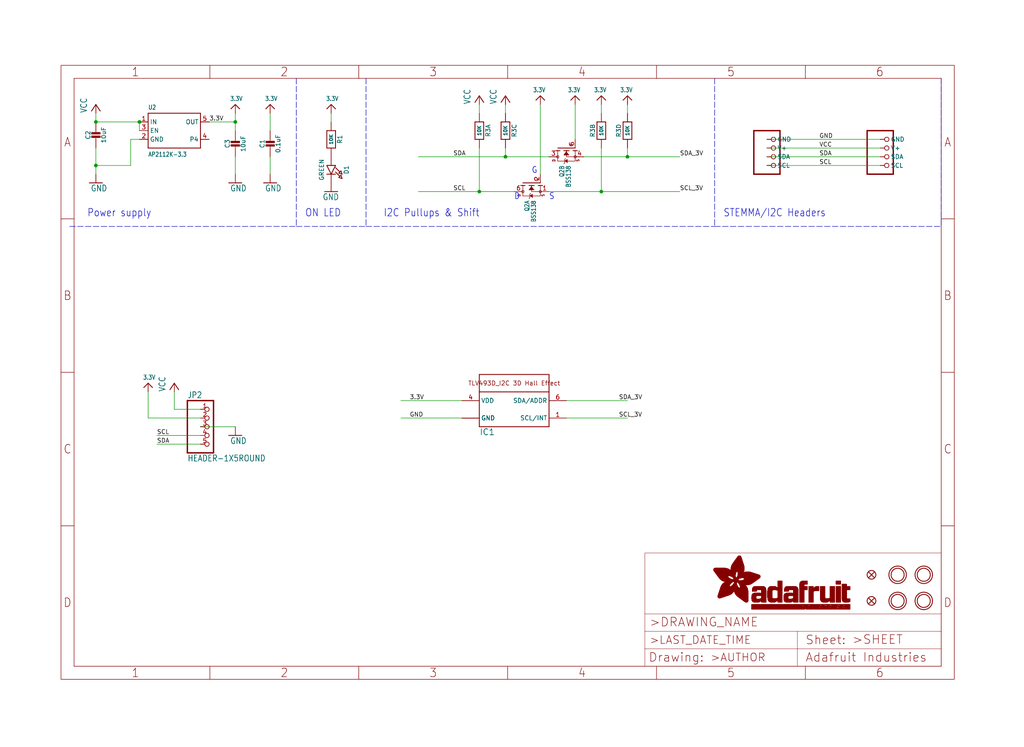
<source format=kicad_sch>
(kicad_sch (version 20211123) (generator eeschema)
  (paper "User" 298.45 217.881)
  (lib_symbols
    (symbol "schematicEagle-eagle-import:3.3V" (power)
      (property "Value" "3.3V" (at -1.524 1.016 0))
      (symbol "3.3V_1_0"
        (pin power_in line (at 0 -2.54 90) (length 2.54) (name "3.3V") (number "1"))
      )
    )
    (symbol "schematicEagle-eagle-import:CAP_CERAMIC0603_NO"
      (property "Reference" "C" (at -2.29 1.25 90))
      (property "Value" "CAP_CERAMIC0603_NO" (at 2.3 1.25 90))
      (symbol "CAP_CERAMIC0603_NO_1_0"
        (pin passive line (at 0 5.08 270) (length 2.54) (name "1") (number "1"))
        (pin passive line (at 0 -2.54 90) (length 2.54) (name "2") (number "2"))
      )
    )
    (symbol "schematicEagle-eagle-import:CAP_CERAMIC0805-NOOUTLINE"
      (property "Reference" "C" (at -2.29 1.25 90))
      (property "Value" "CAP_CERAMIC0805-NOOUTLINE" (at 2.3 1.25 90))
      (symbol "CAP_CERAMIC0805-NOOUTLINE_1_0"
        (pin passive line (at 0 5.08 270) (length 2.54) (name "1") (number "1"))
        (pin passive line (at 0 -2.54 90) (length 2.54) (name "2") (number "2"))
      )
    )
    (symbol "schematicEagle-eagle-import:FIDUCIAL_1MM")
    (symbol "schematicEagle-eagle-import:FRAME_A4_ADAFRUIT"
      (symbol "FRAME_A4_ADAFRUIT_0_0"
        (text "1" (at 21.6958 1.905 0) (effects (font (size 2.54 2.286))))
        (text "1" (at 21.6958 177.165 0) (effects (font (size 2.54 2.286))))
        (text "2" (at 65.0875 1.905 0) (effects (font (size 2.54 2.286))))
        (text "2" (at 65.0875 177.165 0) (effects (font (size 2.54 2.286))))
        (text "3" (at 108.4792 1.905 0) (effects (font (size 2.54 2.286))))
        (text "3" (at 108.4792 177.165 0) (effects (font (size 2.54 2.286))))
        (text "4" (at 151.8708 1.905 0) (effects (font (size 2.54 2.286))))
        (text "4" (at 151.8708 177.165 0) (effects (font (size 2.54 2.286))))
        (text "5" (at 195.2625 1.905 0) (effects (font (size 2.54 2.286))))
        (text "5" (at 195.2625 177.165 0) (effects (font (size 2.54 2.286))))
        (text "6" (at 238.6542 1.905 0) (effects (font (size 2.54 2.286))))
        (text "6" (at 238.6542 177.165 0) (effects (font (size 2.54 2.286))))
        (text "A" (at 1.905 156.6863 0) (effects (font (size 2.54 2.286))))
        (text "A" (at 258.445 156.6863 0) (effects (font (size 2.54 2.286))))
        (text "B" (at 1.905 111.9188 0) (effects (font (size 2.54 2.286))))
        (text "B" (at 258.445 111.9188 0) (effects (font (size 2.54 2.286))))
        (text "C" (at 1.905 67.1513 0) (effects (font (size 2.54 2.286))))
        (text "C" (at 258.445 67.1513 0) (effects (font (size 2.54 2.286))))
        (text "D" (at 1.905 22.3838 0) (effects (font (size 2.54 2.286))))
        (text "D" (at 258.445 22.3838 0) (effects (font (size 2.54 2.286))))
      )
      (symbol "FRAME_A4_ADAFRUIT_1_0"
        (text ">AUTHOR" (at 189.23 5.08 0) (effects (font (size 2.286 2.286)) (justify left bottom)))
        (text ">DRAWING_NAME" (at 171.45 15.24 0) (effects (font (size 2.54 2.54)) (justify left bottom)))
        (text ">LAST_DATE_TIME" (at 171.45 10.16 0) (effects (font (size 2.286 2.286)) (justify left bottom)))
        (text ">SHEET" (at 230.505 10.16 0) (effects (font (size 2.54 2.54)) (justify left bottom)))
        (text "Adafruit Industries" (at 216.916 4.953 0) (effects (font (size 2.54 2.54)) (justify left bottom)))
        (text "Drawing:" (at 171.196 4.953 0) (effects (font (size 2.54 2.54)) (justify left bottom)))
        (text "Sheet:" (at 216.916 10.033 0) (effects (font (size 2.54 2.54)) (justify left bottom)))
      )
    )
    (symbol "schematicEagle-eagle-import:GND" (power)
      (property "Value" "GND" (at -2.54 -2.54 0))
      (symbol "GND_1_0"
        (pin power_in line (at 0 2.54 270) (length 2.54) (name "GND") (number "1"))
      )
    )
    (symbol "schematicEagle-eagle-import:HEADER-1X5ROUND"
      (property "Reference" "JP" (at -6.35 8.255 0))
      (property "Value" "HEADER-1X5ROUND" (at -6.35 -10.16 0))
      (symbol "HEADER-1X5ROUND_1_0"
        (pin passive inverted (at -2.54 5.08 0) (length 2.54) (name "1") (number "1"))
        (pin passive inverted (at -2.54 2.54 0) (length 2.54) (name "2") (number "2"))
        (pin passive inverted (at -2.54 0 0) (length 2.54) (name "3") (number "3"))
        (pin passive inverted (at -2.54 -2.54 0) (length 2.54) (name "4") (number "4"))
        (pin passive inverted (at -2.54 -5.08 0) (length 2.54) (name "5") (number "5"))
      )
    )
    (symbol "schematicEagle-eagle-import:LED0603_NOOUTLINE"
      (property "Reference" "D" (at -1.27 4.445 0))
      (property "Value" "LED0603_NOOUTLINE" (at -1.27 -2.794 0))
      (symbol "LED0603_NOOUTLINE_1_0"
        (pin passive line (at -5.08 0 0) (length 2.54) (name "A") (number "A"))
        (pin passive line (at 2.54 0 180) (length 2.54) (name "C") (number "C"))
      )
    )
    (symbol "schematicEagle-eagle-import:MOSFET-N_DUAL"
      (property "Reference" "Q" (at 5.08 0.635 0))
      (property "Value" "MOSFET-N_DUAL" (at 5.08 -1.27 0))
      (symbol "MOSFET-N_DUAL_1_0"
        (text "D" (at 3.175 3.175 0) (effects (font (size 0.8128 0.6908)) (justify left bottom)))
        (text "G" (at -1.27 -1.905 0) (effects (font (size 0.8128 0.6908)) (justify left bottom)))
        (text "S" (at 3.175 -3.81 0) (effects (font (size 0.8128 0.6908)) (justify left bottom)))
        (pin bidirectional line (at 2.54 -5.08 90) (length 2.54) (name "S") (number "1"))
        (pin bidirectional line (at -2.54 -2.54 0) (length 2.54) (name "G") (number "2"))
        (pin bidirectional line (at 2.54 5.08 270) (length 2.54) (name "D") (number "6"))
      )
      (symbol "MOSFET-N_DUAL_2_0"
        (text "D" (at 3.175 3.175 0) (effects (font (size 0.8128 0.6908)) (justify left bottom)))
        (text "G" (at -1.27 -1.905 0) (effects (font (size 0.8128 0.6908)) (justify left bottom)))
        (text "S" (at 3.175 -3.81 0) (effects (font (size 0.8128 0.6908)) (justify left bottom)))
        (pin bidirectional line (at 2.54 5.08 270) (length 2.54) (name "D") (number "3"))
        (pin bidirectional line (at 2.54 -5.08 90) (length 2.54) (name "S") (number "4"))
        (pin bidirectional line (at -2.54 -2.54 0) (length 2.54) (name "G") (number "5"))
      )
    )
    (symbol "schematicEagle-eagle-import:MOUNTINGHOLE2.5")
    (symbol "schematicEagle-eagle-import:RESISTOR_0603_NOOUT"
      (property "Reference" "R" (at 0 2.54 0))
      (property "Value" "RESISTOR_0603_NOOUT" (at 0 0 0))
      (symbol "RESISTOR_0603_NOOUT_1_0"
        (pin passive line (at -5.08 0 0) (length 2.54) (name "1") (number "1"))
        (pin passive line (at 5.08 0 180) (length 2.54) (name "2") (number "2"))
      )
    )
    (symbol "schematicEagle-eagle-import:RESISTOR_4PACK"
      (property "Reference" "R" (at 0 2.54 0))
      (property "Value" "RESISTOR_4PACK" (at 0 0 0))
      (symbol "RESISTOR_4PACK_1_0"
        (pin passive line (at -5.08 0 0) (length 2.54) (name "1") (number "1"))
        (pin passive line (at 5.08 0 180) (length 2.54) (name "2") (number "8"))
      )
      (symbol "RESISTOR_4PACK_2_0"
        (pin passive line (at -5.08 0 0) (length 2.54) (name "1") (number "2"))
        (pin passive line (at 5.08 0 180) (length 2.54) (name "2") (number "7"))
      )
      (symbol "RESISTOR_4PACK_3_0"
        (pin passive line (at -5.08 0 0) (length 2.54) (name "1") (number "3"))
        (pin passive line (at 5.08 0 180) (length 2.54) (name "2") (number "6"))
      )
      (symbol "RESISTOR_4PACK_4_0"
        (pin passive line (at -5.08 0 0) (length 2.54) (name "1") (number "4"))
        (pin passive line (at 5.08 0 180) (length 2.54) (name "2") (number "5"))
      )
    )
    (symbol "schematicEagle-eagle-import:STEMMA_I2C_QT"
      (symbol "STEMMA_I2C_QT_1_0"
        (pin passive inverted (at 0 5.08 0) (length 2.54) (name "GND") (number "1"))
        (pin passive inverted (at 0 2.54 0) (length 2.54) (name "V+") (number "2"))
        (pin passive inverted (at 0 0 0) (length 2.54) (name "SDA") (number "3"))
        (pin passive inverted (at 0 -2.54 0) (length 2.54) (name "SCL") (number "4"))
      )
      (symbol "STEMMA_I2C_QT_2_0"
        (pin bidirectional line (at 0 0 0) (length 5.08) (name "MT") (number "MT1"))
      )
      (symbol "STEMMA_I2C_QT_3_0"
        (pin bidirectional line (at 0 0 0) (length 5.08) (name "MT") (number "MT2"))
      )
    )
    (symbol "schematicEagle-eagle-import:TLV493D"
      (property "Reference" "IC" (at -10.16 -7.62 0))
      (symbol "TLV493D_1_0"
        (text "TLV493D_I2C 3D Hall Effect" (at 0 7.62 0) (effects (font (size 1.27 1.27))))
        (pin bidirectional line (at 15.24 -2.54 180) (length 5.08) (name "SCL/INT") (number "1"))
        (pin power_in line (at -15.24 -2.54 0) (length 5.08) (name "GND") (number "2"))
        (pin power_in line (at -15.24 -2.54 0) (length 5.08) (name "GND") (number "3"))
        (pin power_in line (at -15.24 2.54 0) (length 5.08) (name "VDD") (number "4"))
        (pin power_in line (at -15.24 -2.54 0) (length 5.08) (name "GND") (number "5"))
        (pin bidirectional line (at 15.24 2.54 180) (length 5.08) (name "SDA/ADDR") (number "6"))
      )
    )
    (symbol "schematicEagle-eagle-import:VCC" (power)
      (property "Value" "VCC" (at -2.54 -2.54 90))
      (symbol "VCC_1_0"
        (pin power_in line (at 0 -2.54 90) (length 2.54) (name "VCC") (number "1"))
      )
    )
    (symbol "schematicEagle-eagle-import:VREG_SOT23-5"
      (property "Reference" "U" (at -7.62 6.096 0))
      (property "Value" "VREG_SOT23-5" (at -7.62 -7.62 0))
      (symbol "VREG_SOT23-5_1_0"
        (pin power_in line (at -10.16 2.54 0) (length 2.54) (name "IN") (number "1"))
        (pin power_in line (at -10.16 -2.54 0) (length 2.54) (name "GND") (number "2"))
        (pin input line (at -10.16 0 0) (length 2.54) (name "EN") (number "3"))
        (pin bidirectional line (at 10.16 -2.54 180) (length 2.54) (name "P4") (number "4"))
        (pin power_in line (at 10.16 2.54 180) (length 2.54) (name "OUT") (number "5"))
      )
    )
  )
  (junction (at 68.58 35.56))
  (junction (at 147.32 45.72))
  (junction (at 40.64 35.56))
  (junction (at 27.94 35.56))
  (junction (at 182.88 45.72))
  (junction (at 27.94 48.26))
  (junction (at 139.7 55.88))
  (junction (at 175.26 55.88))
  (wire (pts (xy 58.42 119.38) (xy 50.8 119.38)))
  (wire (pts (xy 60.96 35.56) (xy 68.58 35.56)))
  (wire (pts (xy 27.94 48.26) (xy 27.94 43.18)))
  (wire (pts (xy 167.64 40.64) (xy 167.64 30.48)))
  (wire (pts (xy 160.02 45.72) (xy 147.32 45.72)))
  (wire (pts (xy 58.42 124.46) (xy 68.58 124.46)))
  (wire (pts (xy 165.1 116.84) (xy 182.88 116.84)))
  (wire (pts (xy 50.8 119.38) (xy 50.8 114.3)))
  (polyline (pts (xy 106.68 66.04) (xy 208.28 66.04)))
  (wire (pts (xy 175.26 33.02) (xy 175.26 30.48)))
  (polyline (pts (xy 208.28 66.04) (xy 274.32 66.04)))
  (wire (pts (xy 182.88 33.02) (xy 182.88 30.48)))
  (wire (pts (xy 149.86 55.88) (xy 139.7 55.88)))
  (wire (pts (xy 256.54 40.64) (xy 223.52 40.64)))
  (wire (pts (xy 38.1 48.26) (xy 27.94 48.26)))
  (wire (pts (xy 256.54 45.72) (xy 223.52 45.72)))
  (wire (pts (xy 165.1 121.92) (xy 182.88 121.92)))
  (wire (pts (xy 96.52 33.02) (xy 96.52 35.56)))
  (wire (pts (xy 134.62 121.92) (xy 116.84 121.92)))
  (wire (pts (xy 68.58 45.72) (xy 68.58 50.8)))
  (wire (pts (xy 134.62 116.84) (xy 116.84 116.84)))
  (wire (pts (xy 175.26 43.18) (xy 175.26 55.88)))
  (wire (pts (xy 58.42 129.54) (xy 45.72 129.54)))
  (polyline (pts (xy 86.36 66.04) (xy 106.68 66.04)))
  (wire (pts (xy 40.64 35.56) (xy 27.94 35.56)))
  (wire (pts (xy 27.94 48.26) (xy 27.94 50.8)))
  (polyline (pts (xy 20.32 66.04) (xy 86.36 66.04)))
  (wire (pts (xy 182.88 43.18) (xy 182.88 45.72)))
  (wire (pts (xy 157.48 50.8) (xy 157.48 30.48)))
  (wire (pts (xy 43.18 121.92) (xy 43.18 114.3)))
  (wire (pts (xy 139.7 30.48) (xy 139.7 33.02)))
  (wire (pts (xy 38.1 40.64) (xy 38.1 48.26)))
  (wire (pts (xy 78.74 33.02) (xy 78.74 38.1)))
  (wire (pts (xy 223.52 48.26) (xy 256.54 48.26)))
  (wire (pts (xy 40.64 38.1) (xy 40.64 35.56)))
  (wire (pts (xy 58.42 127) (xy 45.72 127)))
  (wire (pts (xy 78.74 45.72) (xy 78.74 50.8)))
  (polyline (pts (xy 106.68 22.86) (xy 106.68 66.04)))
  (wire (pts (xy 147.32 45.72) (xy 121.92 45.72)))
  (wire (pts (xy 139.7 43.18) (xy 139.7 55.88)))
  (wire (pts (xy 147.32 33.02) (xy 147.32 30.48)))
  (wire (pts (xy 58.42 121.92) (xy 43.18 121.92)))
  (polyline (pts (xy 208.28 22.86) (xy 208.28 66.04)))
  (wire (pts (xy 68.58 35.56) (xy 68.58 38.1)))
  (wire (pts (xy 139.7 55.88) (xy 121.92 55.88)))
  (wire (pts (xy 160.02 55.88) (xy 175.26 55.88)))
  (wire (pts (xy 147.32 43.18) (xy 147.32 45.72)))
  (polyline (pts (xy 86.36 22.86) (xy 86.36 66.04)))
  (wire (pts (xy 68.58 35.56) (xy 68.58 33.02)))
  (wire (pts (xy 170.18 45.72) (xy 182.88 45.72)))
  (polyline (pts (xy 274.32 22.86) (xy 274.32 66.04)))
  (wire (pts (xy 182.88 45.72) (xy 198.12 45.72)))
  (wire (pts (xy 40.64 40.64) (xy 38.1 40.64)))
  (wire (pts (xy 223.52 43.18) (xy 256.54 43.18)))
  (wire (pts (xy 27.94 33.02) (xy 27.94 35.56)))
  (wire (pts (xy 175.26 55.88) (xy 198.12 55.88)))
  (text "S" (at 160.02 58.42 180) (effects (font (size 1.778 1.5113)) (justify left bottom)))
  (text "G" (at 154.94 50.8 180) (effects (font (size 1.778 1.5113)) (justify left bottom)))
  (text "ON LED" (at 88.9 63.5 180) (effects (font (size 2.1844 1.8567)) (justify left bottom)))
  (text "STEMMA/I2C Headers" (at 210.82 63.5 180) (effects (font (size 2.1844 1.8567)) (justify left bottom)))
  (text "Power supply" (at 25.4 63.5 180) (effects (font (size 2.1844 1.8567)) (justify left bottom)))
  (text "I2C Pullups & Shift" (at 111.76 63.5 180) (effects (font (size 2.1844 1.8567)) (justify left bottom)))
  (text "D" (at 149.86 58.42 180) (effects (font (size 1.778 1.5113)) (justify left bottom)))
  (label "SDA_3V" (at 198.12 45.72 0) (effects (font (size 1.2446 1.2446))))
  (label "3.3V" (at 60.96 35.56 0) (effects (font (size 1.2446 1.2446))))
  (label "SDA" (at 45.72 129.54 0) (effects (font (size 1.2446 1.2446))))
  (label "SDA" (at 238.76 45.72 0) (effects (font (size 1.2446 1.2446))))
  (label "SDA" (at 132.08 45.72 0) (effects (font (size 1.2446 1.2446))))
  (label "SCL_3V" (at 180.34 121.92 0) (effects (font (size 1.2446 1.2446))))
  (label "GND" (at 238.76 40.64 0) (effects (font (size 1.2446 1.2446))))
  (label "3.3V" (at 119.38 116.84 0) (effects (font (size 1.2446 1.2446))))
  (label "SDA_3V" (at 180.34 116.84 0) (effects (font (size 1.2446 1.2446))))
  (label "SCL_3V" (at 198.12 55.88 0) (effects (font (size 1.2446 1.2446))))
  (label "GND" (at 119.38 121.92 0) (effects (font (size 1.2446 1.2446))))
  (label "SCL" (at 45.72 127 0) (effects (font (size 1.2446 1.2446))))
  (label "SCL" (at 238.76 48.26 0) (effects (font (size 1.2446 1.2446))))
  (label "SCL" (at 132.08 55.88 0) (effects (font (size 1.2446 1.2446))))
  (label "VCC" (at 238.76 43.18 0) (effects (font (size 1.2446 1.2446))))
  (symbol (lib_id "schematicEagle-eagle-import:FIDUCIAL_1MM") (at 254 167.64 0) (unit 1)
    (property "Reference" "FID4" (effects hide))
    (property "Value" "FIDUCIAL_1MM" (effects hide))
    (property "Footprint" "schematicEagle:FIDUCIAL_1MM" (effects hide))
  )
  (symbol (lib_id "schematicEagle-eagle-import:3.3V") (at 78.74 30.48 0) (unit 1)
    (property "Reference" "#U$14" (effects hide))
    (property "Value" "3.3V" (at 77.216 29.464 0) (effects (font (size 1.27 1.0795)) (justify left bottom)))
    (property "Footprint" "schematicEagle:" (effects hide))
  )
  (symbol (lib_id "schematicEagle-eagle-import:FRAME_A4_ADAFRUIT") (at 17.78 198.12 0) (unit 1)
    (property "Reference" "#U$18" (effects hide))
    (property "Value" "FRAME_A4_ADAFRUIT" (effects hide))
    (property "Footprint" "schematicEagle:" (effects hide))
  )
  (symbol (lib_id "schematicEagle-eagle-import:GND") (at 68.58 53.34 0) (unit 1)
    (property "Reference" "#U$5" (effects hide))
    (property "Value" "GND" (at 67.056 55.88 0) (effects (font (size 1.778 1.5113)) (justify left bottom)))
    (property "Footprint" "schematicEagle:" (effects hide))
  )
  (symbol (lib_id "schematicEagle-eagle-import:RESISTOR_4PACK") (at 175.26 38.1 90) (mirror x) (unit 2)
    (property "Reference" "R3" (at 172.72 38.1 0))
    (property "Value" "10K" (at 175.26 38.1 0) (effects (font (size 1.016 1.016) bold)))
    (property "Footprint" "schematicEagle:RESPACK_4X0603" (effects hide))
  )
  (symbol (lib_id "schematicEagle-eagle-import:VCC") (at 147.32 27.94 0) (unit 1)
    (property "Reference" "#P+2" (effects hide))
    (property "Value" "VCC" (at 144.78 30.48 90) (effects (font (size 1.778 1.5113)) (justify left bottom)))
    (property "Footprint" "schematicEagle:" (effects hide))
  )
  (symbol (lib_id "schematicEagle-eagle-import:VCC") (at 139.7 27.94 0) (unit 1)
    (property "Reference" "#P+1" (effects hide))
    (property "Value" "VCC" (at 137.16 30.48 90) (effects (font (size 1.778 1.5113)) (justify left bottom)))
    (property "Footprint" "schematicEagle:" (effects hide))
  )
  (symbol (lib_id "schematicEagle-eagle-import:TLV493D") (at 149.86 119.38 0) (unit 1)
    (property "Reference" "IC1" (at 139.7 127 0) (effects (font (size 1.778 1.778)) (justify left bottom)))
    (property "Value" "TLV493D" (effects hide))
    (property "Footprint" "schematicEagle:SOT23-6" (effects hide))
  )
  (symbol (lib_id "schematicEagle-eagle-import:MOSFET-N_DUAL") (at 165.1 43.18 90) (mirror x) (unit 2)
    (property "Reference" "Q2" (at 164.465 48.26 0) (effects (font (size 1.27 1.0795)) (justify left bottom)))
    (property "Value" "BSS138" (at 166.37 48.26 0) (effects (font (size 1.27 1.0795)) (justify left bottom)))
    (property "Footprint" "schematicEagle:SOT363" (effects hide))
  )
  (symbol (lib_id "schematicEagle-eagle-import:VREG_SOT23-5") (at 50.8 38.1 0) (unit 1)
    (property "Reference" "U2" (at 43.18 32.004 0) (effects (font (size 1.27 1.0795)) (justify left bottom)))
    (property "Value" "AP2112K-3.3" (at 43.18 45.72 0) (effects (font (size 1.27 1.0795)) (justify left bottom)))
    (property "Footprint" "schematicEagle:SOT23-5" (effects hide))
  )
  (symbol (lib_id "schematicEagle-eagle-import:RESISTOR_4PACK") (at 147.32 38.1 270) (unit 3)
    (property "Reference" "R3" (at 149.86 38.1 0))
    (property "Value" "10K" (at 147.32 38.1 0) (effects (font (size 1.016 1.016) bold)))
    (property "Footprint" "schematicEagle:RESPACK_4X0603" (effects hide))
  )
  (symbol (lib_id "schematicEagle-eagle-import:3.3V") (at 43.18 111.76 0) (unit 1)
    (property "Reference" "#U$16" (effects hide))
    (property "Value" "3.3V" (at 41.656 110.744 0) (effects (font (size 1.27 1.0795)) (justify left bottom)))
    (property "Footprint" "schematicEagle:" (effects hide))
  )
  (symbol (lib_id "schematicEagle-eagle-import:VCC") (at 27.94 30.48 0) (unit 1)
    (property "Reference" "#P+3" (effects hide))
    (property "Value" "VCC" (at 25.4 33.02 90) (effects (font (size 1.778 1.5113)) (justify left bottom)))
    (property "Footprint" "schematicEagle:" (effects hide))
  )
  (symbol (lib_id "schematicEagle-eagle-import:RESISTOR_0603_NOOUT") (at 96.52 40.64 270) (unit 1)
    (property "Reference" "R1" (at 99.06 40.64 0))
    (property "Value" "10K" (at 96.52 40.64 0) (effects (font (size 1.016 1.016) bold)))
    (property "Footprint" "schematicEagle:0603-NO" (effects hide))
  )
  (symbol (lib_id "schematicEagle-eagle-import:STEMMA_I2C_QT") (at 223.52 45.72 0) (unit 1)
    (property "Reference" "CONN3" (effects hide))
    (property "Value" "STEMMA_I2C_QT" (effects hide))
    (property "Footprint" "schematicEagle:JST_SH4" (effects hide))
  )
  (symbol (lib_id "schematicEagle-eagle-import:3.3V") (at 175.26 27.94 0) (mirror y) (unit 1)
    (property "Reference" "#U$24" (effects hide))
    (property "Value" "3.3V" (at 176.784 26.924 0) (effects (font (size 1.27 1.0795)) (justify left bottom)))
    (property "Footprint" "schematicEagle:" (effects hide))
  )
  (symbol (lib_id "schematicEagle-eagle-import:GND") (at 68.58 127 0) (unit 1)
    (property "Reference" "#U$10" (effects hide))
    (property "Value" "GND" (at 67.056 129.54 0) (effects (font (size 1.778 1.5113)) (justify left bottom)))
    (property "Footprint" "schematicEagle:" (effects hide))
  )
  (symbol (lib_id "schematicEagle-eagle-import:GND") (at 27.94 53.34 0) (unit 1)
    (property "Reference" "#U$13" (effects hide))
    (property "Value" "GND" (at 26.416 55.88 0) (effects (font (size 1.778 1.5113)) (justify left bottom)))
    (property "Footprint" "schematicEagle:" (effects hide))
  )
  (symbol (lib_id "schematicEagle-eagle-import:MOUNTINGHOLE2.5") (at 269.24 175.26 0) (unit 1)
    (property "Reference" "U$21" (effects hide))
    (property "Value" "MOUNTINGHOLE2.5" (effects hide))
    (property "Footprint" "schematicEagle:MOUNTINGHOLE_2.5_PLATED" (effects hide))
  )
  (symbol (lib_id "schematicEagle-eagle-import:3.3V") (at 182.88 27.94 0) (mirror y) (unit 1)
    (property "Reference" "#U$7" (effects hide))
    (property "Value" "3.3V" (at 184.404 26.924 0) (effects (font (size 1.27 1.0795)) (justify left bottom)))
    (property "Footprint" "schematicEagle:" (effects hide))
  )
  (symbol (lib_id "schematicEagle-eagle-import:HEADER-1X5ROUND") (at 60.96 124.46 0) (unit 1)
    (property "Reference" "JP2" (at 54.61 116.205 0) (effects (font (size 1.778 1.5113)) (justify left bottom)))
    (property "Value" "HEADER-1X5ROUND" (at 54.61 134.62 0) (effects (font (size 1.778 1.5113)) (justify left bottom)))
    (property "Footprint" "schematicEagle:1X05_ROUND" (effects hide))
  )
  (symbol (lib_id "schematicEagle-eagle-import:STEMMA_I2C_QT") (at 256.54 45.72 0) (unit 1)
    (property "Reference" "CONN4" (effects hide))
    (property "Value" "STEMMA_I2C_QT" (effects hide))
    (property "Footprint" "schematicEagle:JST_SH4" (effects hide))
  )
  (symbol (lib_id "schematicEagle-eagle-import:GND") (at 96.52 55.88 0) (unit 1)
    (property "Reference" "#GND6" (effects hide))
    (property "Value" "GND" (at 93.98 58.42 0) (effects (font (size 1.778 1.5113)) (justify left bottom)))
    (property "Footprint" "schematicEagle:" (effects hide))
  )
  (symbol (lib_id "schematicEagle-eagle-import:FIDUCIAL_1MM") (at 254 175.26 0) (unit 1)
    (property "Reference" "FID3" (effects hide))
    (property "Value" "FIDUCIAL_1MM" (effects hide))
    (property "Footprint" "schematicEagle:FIDUCIAL_1MM" (effects hide))
  )
  (symbol (lib_id "schematicEagle-eagle-import:CAP_CERAMIC0805-NOOUTLINE") (at 68.58 43.18 0) (unit 1)
    (property "Reference" "C3" (at 66.29 41.93 90))
    (property "Value" "10uF" (at 70.88 41.93 90))
    (property "Footprint" "schematicEagle:0805-NO" (effects hide))
  )
  (symbol (lib_id "schematicEagle-eagle-import:GND") (at 78.74 53.34 0) (unit 1)
    (property "Reference" "#U$6" (effects hide))
    (property "Value" "GND" (at 77.216 55.88 0) (effects (font (size 1.778 1.5113)) (justify left bottom)))
    (property "Footprint" "schematicEagle:" (effects hide))
  )
  (symbol (lib_id "schematicEagle-eagle-import:MOUNTINGHOLE2.5") (at 261.62 167.64 0) (unit 1)
    (property "Reference" "U$17" (effects hide))
    (property "Value" "MOUNTINGHOLE2.5" (effects hide))
    (property "Footprint" "schematicEagle:MOUNTINGHOLE_2.5_PLATED" (effects hide))
  )
  (symbol (lib_id "schematicEagle-eagle-import:RESISTOR_4PACK") (at 139.7 38.1 270) (unit 1)
    (property "Reference" "R3" (at 142.24 38.1 0))
    (property "Value" "10K" (at 139.7 38.1 0) (effects (font (size 1.016 1.016) bold)))
    (property "Footprint" "schematicEagle:RESPACK_4X0603" (effects hide))
  )
  (symbol (lib_id "schematicEagle-eagle-import:3.3V") (at 167.64 27.94 0) (mirror y) (unit 1)
    (property "Reference" "#U$23" (effects hide))
    (property "Value" "3.3V" (at 169.164 26.924 0) (effects (font (size 1.27 1.0795)) (justify left bottom)))
    (property "Footprint" "schematicEagle:" (effects hide))
  )
  (symbol (lib_id "schematicEagle-eagle-import:LED0603_NOOUTLINE") (at 96.52 50.8 270) (unit 1)
    (property "Reference" "D1" (at 100.965 49.53 0))
    (property "Value" "GREEN" (at 93.726 49.53 0))
    (property "Footprint" "schematicEagle:CHIPLED_0603_NOOUTLINE" (effects hide))
  )
  (symbol (lib_id "schematicEagle-eagle-import:3.3V") (at 68.58 30.48 0) (unit 1)
    (property "Reference" "#U$15" (effects hide))
    (property "Value" "3.3V" (at 67.056 29.464 0) (effects (font (size 1.27 1.0795)) (justify left bottom)))
    (property "Footprint" "schematicEagle:" (effects hide))
  )
  (symbol (lib_id "schematicEagle-eagle-import:MOUNTINGHOLE2.5") (at 261.62 175.26 0) (unit 1)
    (property "Reference" "U$1" (effects hide))
    (property "Value" "MOUNTINGHOLE2.5" (effects hide))
    (property "Footprint" "schematicEagle:MOUNTINGHOLE_2.5_PLATED" (effects hide))
  )
  (symbol (lib_id "schematicEagle-eagle-import:3.3V") (at 96.52 30.48 0) (unit 1)
    (property "Reference" "#U$3" (effects hide))
    (property "Value" "3.3V" (at 94.996 29.464 0) (effects (font (size 1.27 1.0795)) (justify left bottom)))
    (property "Footprint" "schematicEagle:" (effects hide))
  )
  (symbol (lib_id "schematicEagle-eagle-import:3.3V") (at 157.48 27.94 0) (mirror y) (unit 1)
    (property "Reference" "#U$26" (effects hide))
    (property "Value" "3.3V" (at 159.004 26.924 0) (effects (font (size 1.27 1.0795)) (justify left bottom)))
    (property "Footprint" "schematicEagle:" (effects hide))
  )
  (symbol (lib_id "schematicEagle-eagle-import:MOUNTINGHOLE2.5") (at 269.24 167.64 0) (unit 1)
    (property "Reference" "U$19" (effects hide))
    (property "Value" "MOUNTINGHOLE2.5" (effects hide))
    (property "Footprint" "schematicEagle:MOUNTINGHOLE_2.5_PLATED" (effects hide))
  )
  (symbol (lib_id "schematicEagle-eagle-import:CAP_CERAMIC0805-NOOUTLINE") (at 27.94 40.64 0) (unit 1)
    (property "Reference" "C2" (at 25.65 39.39 90))
    (property "Value" "10uF" (at 30.24 39.39 90))
    (property "Footprint" "schematicEagle:0805-NO" (effects hide))
  )
  (symbol (lib_id "schematicEagle-eagle-import:CAP_CERAMIC0603_NO") (at 78.74 43.18 0) (unit 1)
    (property "Reference" "C1" (at 76.45 41.93 90))
    (property "Value" "0.1uF" (at 81.04 41.93 90))
    (property "Footprint" "schematicEagle:0603-NO" (effects hide))
  )
  (symbol (lib_id "schematicEagle-eagle-import:RESISTOR_4PACK") (at 182.88 38.1 90) (mirror x) (unit 4)
    (property "Reference" "R3" (at 180.34 38.1 0))
    (property "Value" "10K" (at 182.88 38.1 0) (effects (font (size 1.016 1.016) bold)))
    (property "Footprint" "schematicEagle:RESPACK_4X0603" (effects hide))
  )
  (symbol (lib_id "schematicEagle-eagle-import:MOSFET-N_DUAL") (at 154.94 53.34 90) (mirror x) (unit 1)
    (property "Reference" "Q2" (at 154.305 58.42 0) (effects (font (size 1.27 1.0795)) (justify left bottom)))
    (property "Value" "BSS138" (at 156.21 58.42 0) (effects (font (size 1.27 1.0795)) (justify left bottom)))
    (property "Footprint" "schematicEagle:SOT363" (effects hide))
  )
  (symbol (lib_id "schematicEagle-eagle-import:VCC") (at 50.8 111.76 0) (unit 1)
    (property "Reference" "#P+4" (effects hide))
    (property "Value" "VCC" (at 48.26 114.3 90) (effects (font (size 1.778 1.5113)) (justify left bottom)))
    (property "Footprint" "schematicEagle:" (effects hide))
  )
)
</source>
